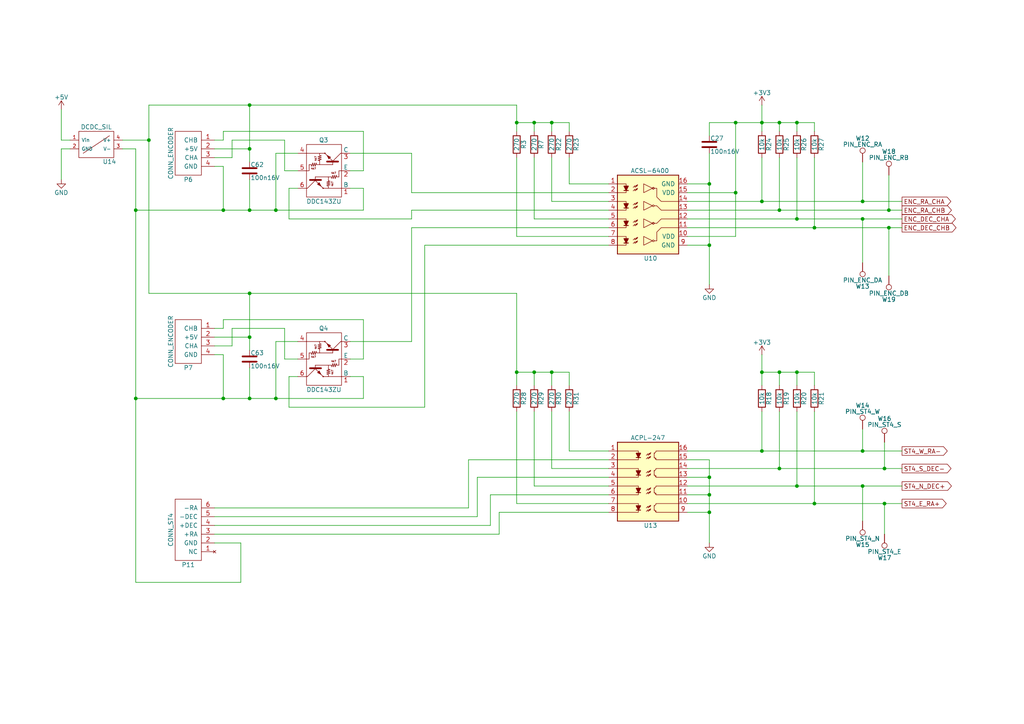
<source format=kicad_sch>
(kicad_sch (version 20231120) (generator "eeschema") (generator_version "8.0")
  (paper "A4")
  (lib_symbols
    (symbol "ATSAME70:+3.3V" (power) (pin_numbers hide) (pin_names (offset 0) hide)
      (property "Value" "+3.3V" (at 0 3.556 0))
      (symbol "+3.3V_0_1"
        (polyline (pts (xy -0.762 1.27) (xy 0 2.54)))
        (polyline (pts (xy 0 0) (xy 0 2.54)))
        (polyline (pts (xy 0 2.54) (xy 0.762 1.27)))
      )
      (symbol "+3.3V_1_1"
        (pin power_in line (at 0 0 90) (length 0) (name "~") (number "1"))
      )
    )
    (symbol "ATSAME70:+5V" (power) (pin_numbers hide) (pin_names (offset 0) hide)
      (property "Value" "+5V" (at 0 3.556 0))
      (symbol "+5V_0_1"
        (polyline (pts (xy -0.762 1.27) (xy 0 2.54)))
        (polyline (pts (xy 0 0) (xy 0 2.54)))
        (polyline (pts (xy 0 2.54) (xy 0.762 1.27)))
      )
      (symbol "+5V_1_1"
        (pin power_in line (at 0 0 90) (length 0) (name "~") (number "1"))
      )
    )
    (symbol "ATSAME70:ACPL-247" (pin_names (offset 1.016))
      (property "Reference" "U" (at -1.27 -12.7 0))
      (property "Value" "ACPL-247" (at -5.08 12.7 0))
      (symbol "ACPL-247_0_1"
        (rectangle (start -8.89 11.43) (end 8.89 -11.43) (stroke (width 0.254)) (fill (type background)))
        (polyline (pts (xy -3.429 -8.255) (xy -2.159 -8.255)) (stroke (width 0.254)))
        (polyline (pts (xy -3.429 -3.175) (xy -2.159 -3.175)) (stroke (width 0.254)))
        (polyline (pts (xy -3.429 1.905) (xy -2.159 1.905)) (stroke (width 0.254)))
        (polyline (pts (xy -3.429 6.985) (xy -2.159 6.985)) (stroke (width 0.254)))
        (polyline (pts (xy 1.778 -6.858) (xy 1.778 -8.382)))
        (polyline (pts (xy 1.778 -1.778) (xy 1.778 -3.302)))
        (polyline (pts (xy 1.778 3.302) (xy 1.778 1.778)))
        (polyline (pts (xy 1.778 6.858) (xy 1.778 8.382)))
        (polyline (pts (xy 2.286 -8.382) (xy 2.286 -8.636) (xy 2.032 -8.636)))
        (polyline (pts (xy 2.286 -3.302) (xy 2.286 -3.556) (xy 2.032 -3.556)))
        (polyline (pts (xy 2.286 1.778) (xy 2.286 1.524) (xy 2.032 1.524)))
        (polyline (pts (xy 2.286 6.858) (xy 2.286 6.604) (xy 2.032 6.604)))
        (polyline (pts (xy -8.89 -6.35) (xy -2.794 -6.35) (xy -2.794 -8.89) (xy -8.89 -8.89)))
        (polyline (pts (xy -8.89 -1.27) (xy -2.794 -1.27) (xy -2.794 -3.81) (xy -8.89 -3.81)))
        (polyline (pts (xy -8.89 3.81) (xy -2.794 3.81) (xy -2.794 1.27) (xy -8.89 1.27)))
        (polyline (pts (xy -8.89 8.89) (xy -2.794 8.89) (xy -2.794 6.35) (xy -8.89 6.35)))
        (polyline (pts (xy -2.794 -8.255) (xy -3.429 -6.985) (xy -2.159 -6.985) (xy -2.794 -8.255)) (stroke (width 0.254)) (fill (type outline)))
        (polyline (pts (xy -2.794 -3.175) (xy -3.429 -1.905) (xy -2.159 -1.905) (xy -2.794 -3.175)) (stroke (width 0.254)) (fill (type outline)))
        (polyline (pts (xy -2.794 1.905) (xy -3.429 3.175) (xy -2.159 3.175) (xy -2.794 1.905)) (stroke (width 0.254)) (fill (type outline)))
        (polyline (pts (xy -2.794 6.985) (xy -3.429 8.255) (xy -2.159 8.255) (xy -2.794 6.985)) (stroke (width 0.254)) (fill (type outline)))
        (polyline (pts (xy -0.508 -7.62) (xy 0.0254 -7.112) (xy 0.0254 -7.62) (xy 0.7874 -6.858)))
        (polyline (pts (xy -0.508 -2.54) (xy 0.0254 -2.032) (xy 0.0254 -2.54) (xy 0.7874 -1.778)))
        (polyline (pts (xy -0.508 2.54) (xy 0.0254 3.048) (xy 0.0254 2.54) (xy 0.7874 3.302)))
        (polyline (pts (xy -0.508 7.62) (xy 0.0254 8.128) (xy 0.0254 7.62) (xy 0.7874 8.382)))
        (polyline (pts (xy 0.7874 -6.858) (xy 0.2794 -7.112) (xy 0.5334 -7.366) (xy 0.7874 -6.858)))
        (polyline (pts (xy 0.7874 -1.778) (xy 0.2794 -2.032) (xy 0.5334 -2.286) (xy 0.7874 -1.778)))
        (polyline (pts (xy 0.7874 3.302) (xy 0.2794 3.048) (xy 0.5334 2.794) (xy 0.7874 3.302)))
        (polyline (pts (xy 0.7874 8.382) (xy 0.2794 8.128) (xy 0.5334 7.874) (xy 0.7874 8.382)))
        (polyline (pts (xy 1.778 2.032) (xy 2.286 1.524) (xy 2.286 1.27) (xy 8.89 1.27)))
        (polyline (pts (xy 1.778 3.048) (xy 2.286 3.556) (xy 2.286 3.81) (xy 8.89 3.81)))
        (polyline (pts (xy 8.89 -8.89) (xy 2.286 -8.89) (xy 2.286 -8.636) (xy 1.778 -8.128)))
        (polyline (pts (xy 8.89 -6.35) (xy 2.286 -6.35) (xy 2.286 -6.604) (xy 1.778 -7.112)))
        (polyline (pts (xy 8.89 -3.81) (xy 2.286 -3.81) (xy 2.286 -3.556) (xy 1.778 -3.048)))
        (polyline (pts (xy 8.89 -1.27) (xy 2.286 -1.27) (xy 2.286 -1.524) (xy 1.778 -2.032)))
        (polyline (pts (xy 8.89 6.35) (xy 2.286 6.35) (xy 2.286 6.604) (xy 1.778 7.112)))
        (polyline (pts (xy 8.89 8.89) (xy 2.286 8.89) (xy 2.286 8.636) (xy 1.778 8.128)))
        (polyline (pts (xy -0.508 -8.636) (xy 0.0254 -8.128) (xy 0.0254 -8.636) (xy 0.7874 -7.874) (xy 0.2794 -8.128) (xy 0.5334 -8.382) (xy 0.7874 -7.874)))
        (polyline (pts (xy -0.508 -3.556) (xy 0.0254 -3.048) (xy 0.0254 -3.556) (xy 0.7874 -2.794) (xy 0.2794 -3.048) (xy 0.5334 -3.302) (xy 0.7874 -2.794)))
        (polyline (pts (xy -0.508 1.524) (xy 0.0254 2.032) (xy 0.0254 1.524) (xy 0.7874 2.286) (xy 0.2794 2.032) (xy 0.5334 1.778) (xy 0.7874 2.286)))
        (polyline (pts (xy -0.508 6.604) (xy 0.0254 7.112) (xy 0.0254 6.604) (xy 0.7874 7.366) (xy 0.2794 7.112) (xy 0.5334 6.858) (xy 0.7874 7.366)))
      )
      (symbol "ACPL-247_1_1"
        (pin passive line (at -11.43 8.89 0) (length 2.54) (name "~") (number "1"))
        (pin passive line (at 11.43 -6.35 180) (length 2.54) (name "~") (number "10"))
        (pin passive line (at 11.43 -3.81 180) (length 2.54) (name "~") (number "11"))
        (pin passive line (at 11.43 -1.27 180) (length 2.54) (name "~") (number "12"))
        (pin passive line (at 11.43 1.27 180) (length 2.54) (name "~") (number "13"))
        (pin passive line (at 11.43 3.81 180) (length 2.54) (name "~") (number "14"))
        (pin passive line (at 11.43 6.35 180) (length 2.54) (name "~") (number "15"))
        (pin passive line (at 11.43 8.89 180) (length 2.54) (name "~") (number "16"))
        (pin passive line (at -11.43 6.35 0) (length 2.54) (name "~") (number "2"))
        (pin passive line (at -11.43 3.81 0) (length 2.54) (name "~") (number "3"))
        (pin passive line (at -11.43 1.27 0) (length 2.54) (name "~") (number "4"))
        (pin passive line (at -11.43 -1.27 0) (length 2.54) (name "~") (number "5"))
        (pin passive line (at -11.43 -3.81 0) (length 2.54) (name "~") (number "6"))
        (pin passive line (at -11.43 -6.35 0) (length 2.54) (name "~") (number "7"))
        (pin passive line (at -11.43 -8.89 0) (length 2.54) (name "~") (number "8"))
        (pin passive line (at 11.43 -8.89 180) (length 2.54) (name "~") (number "9"))
      )
    )
    (symbol "ATSAME70:ACSL-6400" (pin_names (offset 1.016))
      (property "Reference" "U" (at -1.27 -12.7 0))
      (property "Value" "ACSL-6400" (at -5.08 12.7 0))
      (symbol "ACSL-6400_0_1"
        (rectangle (start -8.89 11.43) (end 8.89 -11.43) (stroke (width 0.254)) (fill (type background)))
        (polyline (pts (xy -6.985 -8.255) (xy -5.715 -8.255)) (stroke (width 0.254)))
        (polyline (pts (xy -6.985 -3.175) (xy -5.715 -3.175)) (stroke (width 0.254)))
        (polyline (pts (xy -6.985 1.905) (xy -5.715 1.905)) (stroke (width 0.254)))
        (polyline (pts (xy -6.985 6.985) (xy -5.715 6.985)) (stroke (width 0.254)))
        (polyline (pts (xy -8.89 -6.35) (xy -6.35 -6.35) (xy -6.35 -8.89) (xy -8.89 -8.89)))
        (polyline (pts (xy -8.89 -1.27) (xy -6.35 -1.27) (xy -6.35 -3.81) (xy -8.89 -3.81)))
        (polyline (pts (xy -8.89 3.81) (xy -6.35 3.81) (xy -6.35 1.27) (xy -8.89 1.27)))
        (polyline (pts (xy -8.89 8.89) (xy -6.35 8.89) (xy -6.35 6.35) (xy -8.89 6.35)))
        (polyline (pts (xy -6.35 -8.255) (xy -6.985 -6.985) (xy -5.715 -6.985) (xy -6.35 -8.255)) (stroke (width 0.254)) (fill (type outline)))
        (polyline (pts (xy -6.35 -3.175) (xy -6.985 -1.905) (xy -5.715 -1.905) (xy -6.35 -3.175)) (stroke (width 0.254)) (fill (type outline)))
        (polyline (pts (xy -6.35 1.905) (xy -6.985 3.175) (xy -5.715 3.175) (xy -6.35 1.905)) (stroke (width 0.254)) (fill (type outline)))
        (polyline (pts (xy -6.35 6.985) (xy -6.985 8.255) (xy -5.715 8.255) (xy -6.35 6.985)) (stroke (width 0.254)) (fill (type outline)))
        (polyline (pts (xy -4.318 -7.366) (xy -3.7846 -6.858) (xy -3.7846 -7.366) (xy -3.0226 -6.604)))
        (polyline (pts (xy -4.318 -2.286) (xy -3.7846 -1.778) (xy -3.7846 -2.286) (xy -3.0226 -1.524)))
        (polyline (pts (xy -4.318 2.794) (xy -3.7846 3.302) (xy -3.7846 2.794) (xy -3.0226 3.556)))
        (polyline (pts (xy -4.318 7.874) (xy -3.7846 8.382) (xy -3.7846 7.874) (xy -3.0226 8.636)))
        (polyline (pts (xy -3.0226 -6.604) (xy -3.5306 -6.858) (xy -3.2766 -7.112) (xy -3.0226 -6.604)))
        (polyline (pts (xy -3.0226 -1.524) (xy -3.5306 -1.778) (xy -3.2766 -2.032) (xy -3.0226 -1.524)))
        (polyline (pts (xy -3.0226 3.556) (xy -3.5306 3.302) (xy -3.2766 3.048) (xy -3.0226 3.556)))
        (polyline (pts (xy -3.0226 8.636) (xy -3.5306 8.382) (xy -3.2766 8.128) (xy -3.0226 8.636)))
        (polyline (pts (xy -1.27 -6.35) (xy -1.27 -8.89) (xy 1.27 -7.62) (xy -1.27 -6.35)))
        (polyline (pts (xy -1.27 -1.27) (xy -1.27 -3.81) (xy 1.27 -2.54) (xy -1.27 -1.27)))
        (polyline (pts (xy -1.27 3.81) (xy 1.27 2.54) (xy -1.27 1.27) (xy -1.27 3.81)))
        (polyline (pts (xy -1.27 8.89) (xy -1.27 6.35) (xy 1.27 7.62) (xy -1.27 8.89)))
        (polyline (pts (xy 1.778 -2.54) (xy 2.54 -2.54) (xy 3.81 -1.27) (xy 8.89 -1.27)))
        (polyline (pts (xy 1.778 2.54) (xy 2.54 2.54) (xy 3.81 1.27) (xy 8.89 1.27)))
        (polyline (pts (xy 1.778 -7.62) (xy 2.54 -7.62) (xy 2.54 -5.08) (xy 3.81 -3.81) (xy 8.89 -3.81)))
        (polyline (pts (xy 1.778 7.62) (xy 2.54 7.62) (xy 2.54 5.08) (xy 3.81 3.81) (xy 8.89 3.81)))
        (polyline (pts (xy -4.318 -8.382) (xy -3.7846 -7.874) (xy -3.7846 -8.382) (xy -3.0226 -7.62) (xy -3.5306 -7.874) (xy -3.2766 -8.128) (xy -3.0226 -7.62)))
        (polyline (pts (xy -4.318 -3.302) (xy -3.7846 -2.794) (xy -3.7846 -3.302) (xy -3.0226 -2.54) (xy -3.5306 -2.794) (xy -3.2766 -3.048) (xy -3.0226 -2.54)))
        (polyline (pts (xy -4.318 1.778) (xy -3.7846 2.286) (xy -3.7846 1.778) (xy -3.0226 2.54) (xy -3.5306 2.286) (xy -3.2766 2.032) (xy -3.0226 2.54)))
        (polyline (pts (xy -4.318 6.858) (xy -3.7846 7.366) (xy -3.7846 6.858) (xy -3.0226 7.62) (xy -3.5306 7.366) (xy -3.2766 7.112) (xy -3.0226 7.62)))
        (circle (center 1.524 -7.62) (radius 0.254))
        (circle (center 1.524 -2.54) (radius 0.254))
        (circle (center 1.524 -2.54) (radius 0.254))
        (circle (center 1.524 2.54) (radius 0.254))
        (circle (center 1.524 7.62) (radius 0.254))
        (circle (center 1.524 7.62) (radius 0.254))
      )
      (symbol "ACSL-6400_1_1"
        (pin passive line (at -11.43 8.89 0) (length 2.54) (name "~") (number "1"))
        (pin power_in line (at 11.43 -6.35 180) (length 2.54) (name "VDD") (number "10"))
        (pin output line (at 11.43 -3.81 180) (length 2.54) (name "~") (number "11"))
        (pin output line (at 11.43 -1.27 180) (length 2.54) (name "~") (number "12"))
        (pin output line (at 11.43 1.27 180) (length 2.54) (name "~") (number "13"))
        (pin output line (at 11.43 3.81 180) (length 2.54) (name "~") (number "14"))
        (pin power_in line (at 11.43 6.35 180) (length 2.54) (name "VDD") (number "15"))
        (pin power_in line (at 11.43 8.89 180) (length 2.54) (name "GND") (number "16"))
        (pin passive line (at -11.43 6.35 0) (length 2.54) (name "~") (number "2"))
        (pin passive line (at -11.43 3.81 0) (length 2.54) (name "~") (number "3"))
        (pin passive line (at -11.43 1.27 0) (length 2.54) (name "~") (number "4"))
        (pin passive line (at -11.43 -1.27 0) (length 2.54) (name "~") (number "5"))
        (pin passive line (at -11.43 -3.81 0) (length 2.54) (name "~") (number "6"))
        (pin passive line (at -11.43 -6.35 0) (length 2.54) (name "~") (number "7"))
        (pin passive line (at -11.43 -8.89 0) (length 2.54) (name "~") (number "8"))
        (pin power_in line (at 11.43 -8.89 180) (length 2.54) (name "GND") (number "9"))
      )
    )
    (symbol "ATSAME70:CONN_ENCODER" (pin_names (offset 1.016))
      (property "Reference" "P" (at 0 -7.62 0))
      (property "Value" "CONN_ENCODER" (at -5.08 0 90))
      (symbol "CONN_ENCODER_0_1"
        (rectangle (start -3.81 6.35) (end 3.81 -6.35))
      )
      (symbol "CONN_ENCODER_1_1"
        (pin output line (at 7.62 3.81 180) (length 3.81) (name "CHB") (number "1"))
        (pin power_in line (at 7.62 1.27 180) (length 3.81) (name "+5V") (number "2"))
        (pin output line (at 7.62 -1.27 180) (length 3.81) (name "CHA") (number "3"))
        (pin power_in line (at 7.62 -3.81 180) (length 3.81) (name "GND") (number "4"))
      )
    )
    (symbol "ATSAME70:CONN_ST4" (pin_names (offset 1.016))
      (property "Reference" "P" (at 0 -10.16 0))
      (property "Value" "CONN_ST4" (at -5.08 0 90))
      (symbol "CONN_ST4_0_1"
        (rectangle (start -3.81 8.89) (end 3.81 -8.89))
      )
      (symbol "CONN_ST4_1_1"
        (pin no_connect line (at 7.62 -6.35 180) (length 3.81) (name "NC") (number "1"))
        (pin power_in line (at 7.62 -3.81 180) (length 3.81) (name "GND") (number "2"))
        (pin output line (at 7.62 -1.27 180) (length 3.81) (name "+RA") (number "3"))
        (pin output line (at 7.62 1.27 180) (length 3.81) (name "+DEC") (number "4"))
        (pin output line (at 7.62 3.81 180) (length 3.81) (name "-DEC") (number "5"))
        (pin output line (at 7.62 6.35 180) (length 3.81) (name "-RA") (number "6"))
      )
    )
    (symbol "ATSAME70:C_100n_16V_0402" (pin_numbers hide) (pin_names (offset 0.254))
      (property "Reference" "C" (at 0.635 2.54 0))
      (property "Value" "100n16V" (at 0.635 -2.54 0))
      (symbol "C_100n_16V_0402_0_1"
        (polyline (pts (xy -2.032 -0.762) (xy 2.032 -0.762)) (stroke (width 0.508)))
        (polyline (pts (xy -2.032 0.762) (xy 2.032 0.762)) (stroke (width 0.508)))
      )
      (symbol "C_100n_16V_0402_1_1"
        (pin passive line (at 0 2.54 270) (length 1.651) (name "~") (number "1"))
        (pin passive line (at 0 -2.54 90) (length 1.651) (name "~") (number "2"))
      )
    )
    (symbol "ATSAME70:DCDC_SIL" (pin_names (offset 0.762))
      (property "Reference" "U" (at 3.81 -4.9784 0))
      (property "Value" "DCDC_SIL" (at 0 5.08 0))
      (symbol "DCDC_SIL_0_1"
        (rectangle (start -5.08 -3.81) (end 5.08 3.81))
        (polyline (pts (xy 3.81 2.54) (xy -3.81 -2.54)))
      )
      (symbol "DCDC_SIL_1_1"
        (pin power_in line (at -7.62 1.27 0) (length 2.54) (name "Vin") (number "1"))
        (pin power_in line (at -7.62 -1.27 0) (length 2.54) (name "GND") (number "2"))
        (pin power_out line (at 7.62 -1.27 180) (length 2.54) (name "V-") (number "3"))
        (pin power_out line (at 7.62 1.27 180) (length 2.54) (name "V+") (number "4"))
      )
    )
    (symbol "ATSAME70:DDC143ZU" (pin_names (offset 0))
      (property "Reference" "Q" (at -1.27 -8.89 0))
      (property "Value" "DDC143ZU" (at -5.08 8.89 0))
      (symbol "DDC143ZU_0_0"
        (text "4k7" (at -2.794 0.635 0) (effects (font (size 0.508 0.508))))
        (text "4k7" (at -2.413 3.81 900) (effects (font (size 0.508 0.508))))
        (text "4k7" (at 2.413 -3.556 900) (effects (font (size 0.508 0.508))))
        (text "4k7" (at 3.048 -0.635 0) (effects (font (size 0.508 0.508))))
      )
      (symbol "DDC143ZU_0_1"
        (rectangle (start -5.08 7.62) (end 5.08 -7.62))
        (circle (center -0.254 -5.08) (radius 0.127))
        (polyline (pts (xy -4.826 -5.08) (xy -5.08 -5.08)))
        (polyline (pts (xy -4.064 -2.667) (xy -0.889 -2.667)) (stroke (width 0.508)) (fill (type outline)))
        (polyline (pts (xy -2.54 -1.778) (xy -2.54 -2.54)))
        (polyline (pts (xy -2.286 -2.54) (xy -4.826 -5.08)))
        (polyline (pts (xy -1.27 1.778) (xy -1.27 3.048)))
        (polyline (pts (xy -0.254 -5.08) (xy 5.08 -5.08)))
        (polyline (pts (xy 0.254 5.08) (xy -5.08 5.08)))
        (polyline (pts (xy 1.27 -3.048) (xy 1.27 -1.778)))
        (polyline (pts (xy 2.286 2.54) (xy 4.826 5.08)))
        (polyline (pts (xy 2.54 1.778) (xy 2.54 2.54)))
        (polyline (pts (xy 4.064 2.667) (xy 0.889 2.667)) (stroke (width 0.508)) (fill (type outline)))
        (polyline (pts (xy 4.826 5.08) (xy 5.08 5.08)))
        (polyline (pts (xy -4.318 1.778) (xy -4.318 0) (xy -5.08 0)))
        (polyline (pts (xy -0.254 -5.08) (xy -2.794 -2.54) (xy -2.794 -2.54)))
        (polyline (pts (xy 0.254 5.08) (xy 2.794 2.54) (xy 2.794 2.54)))
        (polyline (pts (xy 5.08 0) (xy 4.318 0) (xy 4.318 -1.778)))
        (polyline (pts (xy -1.397 -3.429) (xy -1.905 -3.937) (xy -0.889 -4.445) (xy -1.397 -3.429)) (fill (type outline)))
        (polyline (pts (xy 1.397 3.429) (xy 1.905 3.937) (xy 0.889 4.445) (xy 1.397 3.429)) (fill (type outline)))
        (polyline (pts (xy -1.27 5.08) (xy -1.27 4.445) (xy -0.762 4.318) (xy -1.778 4.064) (xy -0.762 3.81) (xy -1.778 3.556) (xy -0.762 3.302) (xy -1.778 3.048) (xy -1.27 2.921)))
        (polyline (pts (xy 1.27 -5.08) (xy 1.27 -4.445) (xy 0.762 -4.318) (xy 1.778 -4.064) (xy 0.762 -3.81) (xy 1.778 -3.556) (xy 0.762 -3.302) (xy 1.778 -3.048) (xy 1.27 -2.921)))
        (polyline (pts (xy -4.318 1.778) (xy -3.683 1.778) (xy -3.556 1.27) (xy -3.302 2.286) (xy -3.048 1.27) (xy -2.794 2.286) (xy -2.54 1.27) (xy -2.286 2.286) (xy -2.159 1.778) (xy 2.54 1.778)))
        (polyline (pts (xy 4.318 -1.778) (xy 3.683 -1.778) (xy 3.556 -1.27) (xy 3.302 -2.286) (xy 3.048 -1.27) (xy 2.794 -2.286) (xy 2.54 -1.27) (xy 2.286 -2.286) (xy 2.159 -1.778) (xy -2.54 -1.778)))
        (circle (center 0.254 5.08) (radius 0.127))
      )
      (symbol "DDC143ZU_1_1"
        (pin input line (at -7.62 5.08 0) (length 2.54) (name "B") (number "1"))
        (pin passive line (at -7.62 0 0) (length 2.54) (name "E") (number "2"))
        (pin passive line (at -7.62 -5.08 0) (length 2.54) (name "C") (number "3"))
        (pin passive line (at 7.62 -5.08 180) (length 2.54) (name "~") (number "4"))
        (pin passive line (at 7.62 0 180) (length 2.54) (name "~") (number "5"))
        (pin passive line (at 7.62 5.08 180) (length 2.54) (name "~") (number "6"))
      )
    )
    (symbol "ATSAME70:GND" (power) (pin_numbers hide) (pin_names (offset 0) hide)
      (property "Value" "GND" (at 0 -3.81 0))
      (symbol "GND_0_1"
        (polyline (pts (xy 0 0) (xy 0 -1.27) (xy 1.27 -1.27) (xy 0 -2.54) (xy -1.27 -1.27) (xy 0 -1.27)))
      )
      (symbol "GND_1_1"
        (pin power_in line (at 0 0 270) (length 0) (name "~") (number "1"))
      )
    )
    (symbol "ATSAME70:R_10k_0402" (pin_numbers hide) (pin_names (offset 0))
      (property "Reference" "R" (at 2.032 0 90))
      (property "Value" "10k" (at 0 0 90))
      (symbol "R_10k_0402_0_1"
        (rectangle (start -1.016 -2.54) (end 1.016 2.54) (stroke (width 0.254)))
      )
      (symbol "R_10k_0402_1_1"
        (pin passive line (at 0 3.81 270) (length 1.27) (name "~") (number "1"))
        (pin passive line (at 0 -3.81 90) (length 1.27) (name "~") (number "2"))
      )
    )
    (symbol "ATSAME70:R_220_0805" (pin_numbers hide) (pin_names (offset 0))
      (property "Reference" "R" (at 2.032 0 90))
      (property "Value" "270" (at 0 0 90))
      (symbol "R_220_0805_0_1"
        (rectangle (start -1.016 -2.54) (end 1.016 2.54) (stroke (width 0.254)))
      )
      (symbol "R_220_0805_1_1"
        (pin passive line (at 0 3.81 270) (length 1.27) (name "~") (number "1"))
        (pin passive line (at 0 -3.81 90) (length 1.27) (name "~") (number "2"))
      )
    )
    (symbol "ATSAME70:R_270_0603" (pin_numbers hide) (pin_names (offset 0))
      (property "Reference" "R" (at 2.032 0 90))
      (property "Value" "270" (at 0 0 90))
      (symbol "R_270_0603_0_1"
        (rectangle (start -1.016 -2.54) (end 1.016 2.54) (stroke (width 0.254)))
      )
      (symbol "R_270_0603_1_1"
        (pin passive line (at 0 3.81 270) (length 1.27) (name "~") (number "1"))
        (pin passive line (at 0 -3.81 90) (length 1.27) (name "~") (number "2"))
      )
    )
    (symbol "ATSAME70:TEST_1P" (pin_numbers hide) (pin_names (offset 0.762) hide)
      (property "Reference" "W" (at 0 6.858 0))
      (property "Value" "TEST_1P" (at 0 5.08 0))
      (symbol "TEST_1P_0_1"
        (circle (center 0 3.302) (radius 0.762))
      )
      (symbol "TEST_1P_1_1"
        (pin passive line (at 0 0 90) (length 2.54) (name "1") (number "1"))
      )
    )
    (symbol "DDC143ZU_1" (pin_names (offset 0))
      (property "Reference" "Q" (at -1.27 -8.89 0))
      (property "Value" "DDC143ZU" (at -5.08 8.89 0))
      (symbol "DDC143ZU_1_0_0"
        (text "4k7" (at -2.794 0.635 0) (effects (font (size 0.508 0.508))))
        (text "4k7" (at -2.413 3.81 900) (effects (font (size 0.508 0.508))))
        (text "4k7" (at 2.413 -3.556 900) (effects (font (size 0.508 0.508))))
        (text "4k7" (at 3.048 -0.635 0) (effects (font (size 0.508 0.508))))
      )
      (symbol "DDC143ZU_1_0_1"
        (rectangle (start -5.08 7.62) (end 5.08 -7.62))
        (circle (center -0.254 -5.08) (radius 0.127))
        (polyline (pts (xy -4.826 -5.08) (xy -5.08 -5.08)))
        (polyline (pts (xy -4.064 -2.667) (xy -0.889 -2.667)) (stroke (width 0.508)) (fill (type outline)))
        (polyline (pts (xy -2.54 -1.778) (xy -2.54 -2.54)))
        (polyline (pts (xy -2.286 -2.54) (xy -4.826 -5.08)))
        (polyline (pts (xy -1.27 1.778) (xy -1.27 3.048)))
        (polyline (pts (xy -0.254 -5.08) (xy 5.08 -5.08)))
        (polyline (pts (xy 0.254 5.08) (xy -5.08 5.08)))
        (polyline (pts (xy 1.27 -3.048) (xy 1.27 -1.778)))
        (polyline (pts (xy 2.286 2.54) (xy 4.826 5.08)))
        (polyline (pts (xy 2.54 1.778) (xy 2.54 2.54)))
        (polyline (pts (xy 4.064 2.667) (xy 0.889 2.667)) (stroke (width 0.508)) (fill (type outline)))
        (polyline (pts (xy 4.826 5.08) (xy 5.08 5.08)))
        (polyline (pts (xy -4.318 1.778) (xy -4.318 0) (xy -5.08 0)))
        (polyline (pts (xy -0.254 -5.08) (xy -2.794 -2.54) (xy -2.794 -2.54)))
        (polyline (pts (xy 0.254 5.08) (xy 2.794 2.54) (xy 2.794 2.54)))
        (polyline (pts (xy 5.08 0) (xy 4.318 0) (xy 4.318 -1.778)))
        (polyline (pts (xy -1.397 -3.429) (xy -1.905 -3.937) (xy -0.889 -4.445) (xy -1.397 -3.429)) (fill (type outline)))
        (polyline (pts (xy 1.397 3.429) (xy 1.905 3.937) (xy 0.889 4.445) (xy 1.397 3.429)) (fill (type outline)))
        (polyline (pts (xy -1.27 5.08) (xy -1.27 4.445) (xy -0.762 4.318) (xy -1.778 4.064) (xy -0.762 3.81) (xy -1.778 3.556) (xy -0.762 3.302) (xy -1.778 3.048) (xy -1.27 2.921)))
        (polyline (pts (xy 1.27 -5.08) (xy 1.27 -4.445) (xy 0.762 -4.318) (xy 1.778 -4.064) (xy 0.762 -3.81) (xy 1.778 -3.556) (xy 0.762 -3.302) (xy 1.778 -3.048) (xy 1.27 -2.921)))
        (polyline (pts (xy -4.318 1.778) (xy -3.683 1.778) (xy -3.556 1.27) (xy -3.302 2.286) (xy -3.048 1.27) (xy -2.794 2.286) (xy -2.54 1.27) (xy -2.286 2.286) (xy -2.159 1.778) (xy 2.54 1.778)))
        (polyline (pts (xy 4.318 -1.778) (xy 3.683 -1.778) (xy 3.556 -1.27) (xy 3.302 -2.286) (xy 3.048 -1.27) (xy 2.794 -2.286) (xy 2.54 -1.27) (xy 2.286 -2.286) (xy 2.159 -1.778) (xy -2.54 -1.778)))
        (circle (center 0.254 5.08) (radius 0.127))
      )
      (symbol "DDC143ZU_1_1_1"
        (pin input line (at -7.62 5.08 0) (length 2.54) (name "B") (number "1"))
        (pin passive line (at -7.62 0 0) (length 2.54) (name "E") (number "2"))
        (pin passive line (at -7.62 -5.08 0) (length 2.54) (name "C") (number "3"))
        (pin passive line (at 7.62 -5.08 180) (length 2.54) (name "~") (number "4"))
        (pin passive line (at 7.62 0 180) (length 2.54) (name "~") (number "5"))
        (pin passive line (at 7.62 5.08 180) (length 2.54) (name "~") (number "6"))
      )
    )
  )
  (junction (at 250.19 63.5))
  (junction (at 257.81 66.04))
  (junction (at 80.01 115.57))
  (junction (at 154.94 107.95))
  (junction (at 205.74 53.34))
  (junction (at 64.77 60.96))
  (junction (at 220.98 130.81))
  (junction (at 226.06 107.95))
  (junction (at 205.74 138.43))
  (junction (at 250.19 58.42))
  (junction (at 64.77 115.57))
  (junction (at 154.94 35.56))
  (junction (at 213.36 55.88))
  (junction (at 72.39 60.96))
  (junction (at 226.06 35.56))
  (junction (at 213.36 35.56))
  (junction (at 43.18 40.64))
  (junction (at 231.14 63.5))
  (junction (at 236.22 66.04))
  (junction (at 149.86 107.95))
  (junction (at 257.81 60.96))
  (junction (at 149.86 35.56))
  (junction (at 39.37 60.96))
  (junction (at 72.39 30.48))
  (junction (at 72.39 97.79))
  (junction (at 250.19 140.97))
  (junction (at 72.39 43.18))
  (junction (at 205.74 71.12))
  (junction (at 220.98 107.95))
  (junction (at 256.54 146.05))
  (junction (at 250.19 130.81))
  (junction (at 231.14 35.56))
  (junction (at 72.39 85.09))
  (junction (at 226.06 135.89))
  (junction (at 231.14 140.97))
  (junction (at 205.74 148.59))
  (junction (at 231.14 107.95))
  (junction (at 236.22 146.05))
  (junction (at 39.37 115.57))
  (junction (at 160.02 107.95))
  (junction (at 220.98 35.56))
  (junction (at 256.54 135.89))
  (junction (at 80.01 60.96))
  (junction (at 220.98 58.42))
  (junction (at 226.06 60.96))
  (junction (at 72.39 115.57))
  (junction (at 205.74 143.51))
  (junction (at 160.02 35.56))
  (wire (pts (xy 226.06 107.95) (xy 226.06 111.76)))
  (wire (pts (xy 119.38 66.04) (xy 176.53 66.04)))
  (wire (pts (xy 205.74 71.12) (xy 205.74 82.55)))
  (wire (pts (xy 72.39 30.48) (xy 149.86 30.48)))
  (wire (pts (xy 213.36 55.88) (xy 199.39 55.88)))
  (wire (pts (xy 62.23 95.25) (xy 64.77 95.25)))
  (wire (pts (xy 154.94 140.97) (xy 176.53 140.97)))
  (wire (pts (xy 160.02 135.89) (xy 176.53 135.89)))
  (wire (pts (xy 236.22 119.38) (xy 236.22 146.05)))
  (wire (pts (xy 101.6 109.22) (xy 105.41 109.22)))
  (wire (pts (xy 236.22 45.72) (xy 236.22 66.04)))
  (wire (pts (xy 72.39 60.96) (xy 80.01 60.96)))
  (wire (pts (xy 160.02 38.1) (xy 160.02 35.56)))
  (wire (pts (xy 86.36 109.22) (xy 83.82 109.22)))
  (wire (pts (xy 123.19 71.12) (xy 123.19 118.11)))
  (wire (pts (xy 176.53 71.12) (xy 123.19 71.12)))
  (wire (pts (xy 64.77 60.96) (xy 39.37 60.96)))
  (wire (pts (xy 149.86 107.95) (xy 154.94 107.95)))
  (wire (pts (xy 257.81 66.04) (xy 261.62 66.04)))
  (wire (pts (xy 105.41 60.96) (xy 80.01 60.96)))
  (wire (pts (xy 64.77 48.26) (xy 64.77 60.96)))
  (wire (pts (xy 142.24 152.4) (xy 142.24 143.51)))
  (wire (pts (xy 226.06 60.96) (xy 257.81 60.96)))
  (wire (pts (xy 105.41 109.22) (xy 105.41 115.57)))
  (wire (pts (xy 105.41 49.53) (xy 101.6 49.53)))
  (wire (pts (xy 64.77 95.25) (xy 64.77 92.71)))
  (wire (pts (xy 220.98 107.95) (xy 226.06 107.95)))
  (wire (pts (xy 80.01 99.06) (xy 80.01 115.57)))
  (wire (pts (xy 160.02 58.42) (xy 176.53 58.42)))
  (wire (pts (xy 220.98 30.48) (xy 220.98 35.56)))
  (wire (pts (xy 20.32 43.18) (xy 17.78 43.18)))
  (wire (pts (xy 205.74 71.12) (xy 199.39 71.12)))
  (wire (pts (xy 83.82 54.61) (xy 83.82 63.5)))
  (wire (pts (xy 105.41 38.1) (xy 64.77 38.1)))
  (wire (pts (xy 142.24 143.51) (xy 176.53 143.51)))
  (wire (pts (xy 231.14 45.72) (xy 231.14 63.5)))
  (wire (pts (xy 43.18 40.64) (xy 43.18 85.09)))
  (wire (pts (xy 149.86 85.09) (xy 149.86 107.95)))
  (wire (pts (xy 119.38 44.45) (xy 119.38 55.88)))
  (wire (pts (xy 205.74 35.56) (xy 213.36 35.56)))
  (wire (pts (xy 199.39 148.59) (xy 205.74 148.59)))
  (wire (pts (xy 257.81 60.96) (xy 261.62 60.96)))
  (wire (pts (xy 154.94 119.38) (xy 154.94 140.97)))
  (wire (pts (xy 105.41 115.57) (xy 80.01 115.57)))
  (wire (pts (xy 39.37 168.91) (xy 69.85 168.91)))
  (wire (pts (xy 226.06 35.56) (xy 231.14 35.56)))
  (wire (pts (xy 105.41 104.14) (xy 101.6 104.14)))
  (wire (pts (xy 72.39 115.57) (xy 80.01 115.57)))
  (wire (pts (xy 138.43 138.43) (xy 176.53 138.43)))
  (wire (pts (xy 72.39 85.09) (xy 149.86 85.09)))
  (wire (pts (xy 199.39 135.89) (xy 226.06 135.89)))
  (wire (pts (xy 220.98 35.56) (xy 220.98 38.1)))
  (wire (pts (xy 144.78 148.59) (xy 176.53 148.59)))
  (wire (pts (xy 236.22 66.04) (xy 257.81 66.04)))
  (wire (pts (xy 105.41 92.71) (xy 105.41 104.14)))
  (wire (pts (xy 149.86 107.95) (xy 149.86 111.76)))
  (wire (pts (xy 250.19 76.2) (xy 250.19 63.5)))
  (wire (pts (xy 250.19 124.46) (xy 250.19 130.81)))
  (wire (pts (xy 72.39 106.68) (xy 72.39 115.57)))
  (wire (pts (xy 199.39 138.43) (xy 205.74 138.43)))
  (wire (pts (xy 250.19 58.42) (xy 261.62 58.42)))
  (wire (pts (xy 67.31 100.33) (xy 67.31 95.25)))
  (wire (pts (xy 213.36 35.56) (xy 213.36 55.88)))
  (wire (pts (xy 83.82 118.11) (xy 123.19 118.11)))
  (wire (pts (xy 236.22 35.56) (xy 236.22 38.1)))
  (wire (pts (xy 213.36 55.88) (xy 213.36 68.58)))
  (wire (pts (xy 62.23 154.94) (xy 144.78 154.94)))
  (wire (pts (xy 154.94 107.95) (xy 160.02 107.95)))
  (wire (pts (xy 236.22 146.05) (xy 256.54 146.05)))
  (wire (pts (xy 72.39 97.79) (xy 72.39 101.6)))
  (wire (pts (xy 176.53 53.34) (xy 165.1 53.34)))
  (wire (pts (xy 72.39 52.07) (xy 72.39 60.96)))
  (wire (pts (xy 226.06 35.56) (xy 226.06 38.1)))
  (wire (pts (xy 17.78 40.64) (xy 20.32 40.64)))
  (wire (pts (xy 213.36 68.58) (xy 199.39 68.58)))
  (wire (pts (xy 62.23 157.48) (xy 69.85 157.48)))
  (wire (pts (xy 205.74 133.35) (xy 205.74 138.43)))
  (wire (pts (xy 160.02 107.95) (xy 160.02 111.76)))
  (wire (pts (xy 149.86 30.48) (xy 149.86 35.56)))
  (wire (pts (xy 62.23 147.32) (xy 135.89 147.32)))
  (wire (pts (xy 72.39 43.18) (xy 72.39 46.99)))
  (wire (pts (xy 231.14 35.56) (xy 231.14 38.1)))
  (wire (pts (xy 205.74 53.34) (xy 205.74 71.12)))
  (wire (pts (xy 154.94 35.56) (xy 154.94 38.1)))
  (wire (pts (xy 43.18 30.48) (xy 43.18 40.64)))
  (wire (pts (xy 256.54 128.27) (xy 256.54 135.89)))
  (wire (pts (xy 17.78 43.18) (xy 17.78 52.07)))
  (wire (pts (xy 82.55 95.25) (xy 82.55 104.14)))
  (wire (pts (xy 82.55 49.53) (xy 86.36 49.53)))
  (wire (pts (xy 205.74 35.56) (xy 205.74 39.37)))
  (wire (pts (xy 39.37 60.96) (xy 39.37 115.57)))
  (wire (pts (xy 220.98 35.56) (xy 226.06 35.56)))
  (wire (pts (xy 144.78 154.94) (xy 144.78 148.59)))
  (wire (pts (xy 64.77 60.96) (xy 72.39 60.96)))
  (wire (pts (xy 62.23 48.26) (xy 64.77 48.26)))
  (wire (pts (xy 119.38 99.06) (xy 119.38 66.04)))
  (wire (pts (xy 149.86 146.05) (xy 176.53 146.05)))
  (wire (pts (xy 213.36 35.56) (xy 220.98 35.56)))
  (wire (pts (xy 67.31 45.72) (xy 67.31 40.64)))
  (wire (pts (xy 154.94 107.95) (xy 154.94 111.76)))
  (wire (pts (xy 43.18 85.09) (xy 72.39 85.09)))
  (wire (pts (xy 105.41 38.1) (xy 105.41 49.53)))
  (wire (pts (xy 199.39 66.04) (xy 236.22 66.04)))
  (wire (pts (xy 35.56 43.18) (xy 39.37 43.18)))
  (wire (pts (xy 165.1 130.81) (xy 176.53 130.81)))
  (wire (pts (xy 64.77 40.64) (xy 62.23 40.64)))
  (wire (pts (xy 165.1 53.34) (xy 165.1 45.72)))
  (wire (pts (xy 62.23 100.33) (xy 67.31 100.33)))
  (wire (pts (xy 160.02 119.38) (xy 160.02 135.89)))
  (wire (pts (xy 165.1 35.56) (xy 165.1 38.1)))
  (wire (pts (xy 165.1 119.38) (xy 165.1 130.81)))
  (wire (pts (xy 149.86 68.58) (xy 176.53 68.58)))
  (wire (pts (xy 199.39 60.96) (xy 226.06 60.96)))
  (wire (pts (xy 62.23 152.4) (xy 142.24 152.4)))
  (wire (pts (xy 64.77 38.1) (xy 64.77 40.64)))
  (wire (pts (xy 80.01 44.45) (xy 80.01 60.96)))
  (wire (pts (xy 72.39 43.18) (xy 62.23 43.18)))
  (wire (pts (xy 199.39 146.05) (xy 236.22 146.05)))
  (wire (pts (xy 138.43 149.86) (xy 138.43 138.43)))
  (wire (pts (xy 231.14 107.95) (xy 231.14 111.76)))
  (wire (pts (xy 250.19 140.97) (xy 261.62 140.97)))
  (wire (pts (xy 231.14 107.95) (xy 236.22 107.95)))
  (wire (pts (xy 67.31 45.72) (xy 62.23 45.72)))
  (wire (pts (xy 199.39 133.35) (xy 205.74 133.35)))
  (wire (pts (xy 205.74 138.43) (xy 205.74 143.51)))
  (wire (pts (xy 149.86 45.72) (xy 149.86 68.58)))
  (wire (pts (xy 82.55 40.64) (xy 82.55 49.53)))
  (wire (pts (xy 86.36 44.45) (xy 80.01 44.45)))
  (wire (pts (xy 64.77 92.71) (xy 105.41 92.71)))
  (wire (pts (xy 149.86 119.38) (xy 149.86 146.05)))
  (wire (pts (xy 257.81 80.01) (xy 257.81 66.04)))
  (wire (pts (xy 149.86 35.56) (xy 154.94 35.56)))
  (wire (pts (xy 205.74 143.51) (xy 205.74 148.59)))
  (wire (pts (xy 135.89 147.32) (xy 135.89 133.35)))
  (wire (pts (xy 64.77 102.87) (xy 62.23 102.87)))
  (wire (pts (xy 231.14 119.38) (xy 231.14 140.97)))
  (wire (pts (xy 205.74 44.45) (xy 205.74 53.34)))
  (wire (pts (xy 35.56 40.64) (xy 43.18 40.64)))
  (wire (pts (xy 39.37 115.57) (xy 39.37 168.91)))
  (wire (pts (xy 250.19 63.5) (xy 261.62 63.5)))
  (wire (pts (xy 62.23 149.86) (xy 138.43 149.86)))
  (wire (pts (xy 220.98 107.95) (xy 220.98 111.76)))
  (wire (pts (xy 105.41 54.61) (xy 105.41 60.96)))
  (wire (pts (xy 220.98 45.72) (xy 220.98 58.42)))
  (wire (pts (xy 83.82 109.22) (xy 83.82 118.11)))
  (wire (pts (xy 119.38 60.96) (xy 176.53 60.96)))
  (wire (pts (xy 67.31 40.64) (xy 82.55 40.64)))
  (wire (pts (xy 101.6 44.45) (xy 119.38 44.45)))
  (wire (pts (xy 250.19 151.13) (xy 250.19 140.97)))
  (wire (pts (xy 64.77 115.57) (xy 39.37 115.57)))
  (wire (pts (xy 199.39 140.97) (xy 231.14 140.97)))
  (wire (pts (xy 226.06 45.72) (xy 226.06 60.96)))
  (wire (pts (xy 160.02 35.56) (xy 165.1 35.56)))
  (wire (pts (xy 72.39 30.48) (xy 72.39 43.18)))
  (wire (pts (xy 83.82 63.5) (xy 119.38 63.5)))
  (wire (pts (xy 205.74 53.34) (xy 199.39 53.34)))
  (wire (pts (xy 101.6 99.06) (xy 119.38 99.06)))
  (wire (pts (xy 256.54 135.89) (xy 261.62 135.89)))
  (wire (pts (xy 199.39 58.42) (xy 220.98 58.42)))
  (wire (pts (xy 72.39 97.79) (xy 62.23 97.79)))
  (wire (pts (xy 64.77 115.57) (xy 72.39 115.57)))
  (wire (pts (xy 226.06 135.89) (xy 256.54 135.89)))
  (wire (pts (xy 101.6 54.61) (xy 105.41 54.61)))
  (wire (pts (xy 135.89 133.35) (xy 176.53 133.35)))
  (wire (pts (xy 231.14 63.5) (xy 250.19 63.5)))
  (wire (pts (xy 220.98 102.87) (xy 220.98 107.95)))
  (wire (pts (xy 160.02 45.72) (xy 160.02 58.42)))
  (wire (pts (xy 43.18 30.48) (xy 72.39 30.48)))
  (wire (pts (xy 69.85 157.48) (xy 69.85 168.91)))
  (wire (pts (xy 72.39 85.09) (xy 72.39 97.79)))
  (wire (pts (xy 119.38 55.88) (xy 176.53 55.88)))
  (wire (pts (xy 149.86 35.56) (xy 149.86 38.1)))
  (wire (pts (xy 226.06 107.95) (xy 231.14 107.95)))
  (wire (pts (xy 231.14 35.56) (xy 236.22 35.56)))
  (wire (pts (xy 17.78 31.75) (xy 17.78 40.64)))
  (wire (pts (xy 256.54 154.94) (xy 256.54 146.05)))
  (wire (pts (xy 220.98 119.38) (xy 220.98 130.81)))
  (wire (pts (xy 199.39 63.5) (xy 231.14 63.5)))
  (wire (pts (xy 86.36 99.06) (xy 80.01 99.06)))
  (wire (pts (xy 226.06 119.38) (xy 226.06 135.89)))
  (wire (pts (xy 64.77 102.87) (xy 64.77 115.57)))
  (wire (pts (xy 231.14 140.97) (xy 250.19 140.97)))
  (wire (pts (xy 250.19 130.81) (xy 261.62 130.81)))
  (wire (pts (xy 39.37 43.18) (xy 39.37 60.96)))
  (wire (pts (xy 160.02 107.95) (xy 165.1 107.95)))
  (wire (pts (xy 86.36 54.61) (xy 83.82 54.61)))
  (wire (pts (xy 199.39 143.51) (xy 205.74 143.51)))
  (wire (pts (xy 220.98 130.81) (xy 250.19 130.81)))
  (wire (pts (xy 257.81 50.8) (xy 257.81 60.96)))
  (wire (pts (xy 256.54 146.05) (xy 261.62 146.05)))
  (wire (pts (xy 165.1 107.95) (xy 165.1 111.76)))
  (wire (pts (xy 236.22 107.95) (xy 236.22 111.76)))
  (wire (pts (xy 199.39 130.81) (xy 220.98 130.81)))
  (wire (pts (xy 154.94 35.56) (xy 160.02 35.56)))
  (wire (pts (xy 220.98 58.42) (xy 250.19 58.42)))
  (wire (pts (xy 119.38 63.5) (xy 119.38 60.96)))
  (wire (pts (xy 67.31 95.25) (xy 82.55 95.25)))
  (wire (pts (xy 205.74 148.59) (xy 205.74 157.48)))
  (wire (pts (xy 250.19 46.99) (xy 250.19 58.42)))
  (wire (pts (xy 154.94 45.72) (xy 154.94 63.5)))
  (wire (pts (xy 82.55 104.14) (xy 86.36 104.14)))
  (wire (pts (xy 154.94 63.5) (xy 176.53 63.5)))
  (global_label "ST4_W_RA-" (shape output) (at 261.62 130.81 0) (property "Intersheetrefs" "${INTERSHEET_REFS}" (effects (hide yes))))
  (global_label "ENC_RA_CHB" (shape output) (at 261.62 60.96 0) (property "Intersheetrefs" "${INTERSHEET_REFS}" (effects (hide yes))))
  (global_label "ST4_S_DEC-" (shape output) (at 261.62 135.89 0) (property "Intersheetrefs" "${INTERSHEET_REFS}" (effects (hide yes))))
  (global_label "ENC_DEC_CHA" (shape output) (at 261.62 63.5 0) (property "Intersheetrefs" "${INTERSHEET_REFS}" (effects (hide yes))))
  (global_label "ENC_DEC_CHB" (shape output) (at 261.62 66.04 0) (property "Intersheetrefs" "${INTERSHEET_REFS}" (effects (hide yes))))
  (global_label "ST4_E_RA+" (shape output) (at 261.62 146.05 0) (property "Intersheetrefs" "${INTERSHEET_REFS}" (effects (hide yes))))
  (global_label "ST4_N_DEC+" (shape output) (at 261.62 140.97 0) (property "Intersheetrefs" "${INTERSHEET_REFS}" (effects (hide yes))))
  (global_label "ENC_RA_CHA" (shape output) (at 261.62 58.42 0) (property "Intersheetrefs" "${INTERSHEET_REFS}" (effects (hide yes))))
  (symbol (lib_id "ATSAME70:CONN_ENCODER") (at 54.61 44.45 0) (unit 1)
    (property "Reference" "P6" (at 54.61 52.07 0))
    (property "Value" "CONN_ENCODER" (at 49.53 44.45 90))
    (property "Footprint" "mylib:Conn_Modular_4" (effects (hide yes)))
    (instances (project "TEST4" (path "" (reference "P6") (unit 1))) (project "ControllerBoard" (path "" (reference "P5") (unit 1))))
  )
  (symbol (lib_id "ATSAME70:CONN_ST4") (at 54.61 153.67 0) (unit 1)
    (property "Reference" "P11" (at 54.61 163.83 0))
    (property "Value" "CONN_ST4" (at 49.53 153.67 90))
    (property "Footprint" "mylib:Conn_Modular_6" (effects (hide yes)))
    (instances (project "TEST4" (path "" (reference "P11") (unit 1))) (project "ControllerBoard" (path "" (reference "P7") (unit 1))))
  )
  (symbol (lib_id "ATSAME70:CONN_ENCODER") (at 54.61 99.06 0) (unit 1)
    (property "Reference" "P7" (at 54.61 106.68 0))
    (property "Value" "CONN_ENCODER" (at 49.53 99.06 90))
    (property "Footprint" "mylib:Conn_Modular_4" (effects (hide yes)))
    (instances (project "TEST4" (path "" (reference "P7") (unit 1))) (project "ControllerBoard" (path "" (reference "P6") (unit 1))))
  )
  (symbol (lib_id "ATSAME70:C_100n_16V_0402") (at 72.39 49.53 0) (unit 1)
    (property "Reference" "C62" (at 72.644 47.752 0) (effects (justify left)))
    (property "Value" "100n16V" (at 72.644 51.562 0) (effects (justify left)))
    (property "Footprint" "ATSAME70:C_0402" (effects (hide yes)))
    (property "Description" "Unpolarized capacitor" (effects (hide yes)))
    (property "LCSC" "C1525" (effects (hide yes)))
    (instances (project "TEST4" (path "" (reference "C62") (unit 1))) (project "ControllerBoard" (path "" (reference "C21") (unit 1))))
  )
  (symbol (lib_id "ATSAME70:C_100n_16V_0402") (at 72.39 104.14 0) (unit 1)
    (property "Reference" "C63" (at 72.644 102.362 0) (effects (justify left)))
    (property "Value" "100n16V" (at 72.644 106.172 0) (effects (justify left)))
    (property "Footprint" "ATSAME70:C_0402" (effects (hide yes)))
    (property "Description" "Unpolarized capacitor" (effects (hide yes)))
    (property "LCSC" "C1525" (effects (hide yes)))
    (instances (project "TEST4" (path "" (reference "C63") (unit 1))) (project "ControllerBoard" (path "" (reference "C22") (unit 1))))
  )
  (symbol (lib_id "ATSAME70:GND") (at 205.74 157.48 0) (unit 1)
    (property "Reference" "#PWR078" (effects (hide yes)))
    (property "Value" "GND" (at 205.74 161.29 0))
    (property "Description" "Power symbol creates a global label with name \"GND\" , ground" (effects (hide yes)))
    (instances (project "TEST4" (path "" (reference "#PWR078") (unit 1))) (project "" (path "" (reference "#PWR32") (unit 1))))
  )
  (symbol (lib_id "ATSAME70:R_10k_0402") (at 236.22 115.57 0) (unit 1)
    (property "Reference" "R21" (at 238.252 115.57 90))
    (property "Value" "10k" (at 236.22 115.57 90))
    (property "Footprint" "ATSAME70:R_0402" (effects (hide yes)))
    (property "Description" "62.5mW Thick Film Resistors 50V ±100ppm/℃ ±1% 10kΩ 0402 Chip Resistor - Surface Mount ROHS" (effects (hide yes)))
    (property "LCSC" "C25744" (effects (hide yes)))
    (instances (project "TEST4" (path "" (reference "R21") (unit 1))) (project "ControllerBoard" (path "" (reference "R30") (unit 1))))
  )
  (symbol (lib_id "ATSAME70:R_10k_0402") (at 231.14 115.57 0) (unit 1)
    (property "Reference" "R20" (at 233.172 115.57 90))
    (property "Value" "10k" (at 231.14 115.57 90))
    (property "Footprint" "ATSAME70:R_0402" (effects (hide yes)))
    (property "Description" "62.5mW Thick Film Resistors 50V ±100ppm/℃ ±1% 10kΩ 0402 Chip Resistor - Surface Mount ROHS" (effects (hide yes)))
    (property "LCSC" "C25744" (effects (hide yes)))
    (instances (project "TEST4" (path "" (reference "R20") (unit 1))) (project "ControllerBoard" (path "" (reference "R28") (unit 1))))
  )
  (symbol (lib_id "ATSAME70:R_10k_0402") (at 226.06 115.57 0) (unit 1)
    (property "Reference" "R19" (at 228.092 115.57 90))
    (property "Value" "10k" (at 226.06 115.57 90))
    (property "Footprint" "ATSAME70:R_0402" (effects (hide yes)))
    (property "Description" "62.5mW Thick Film Resistors 50V ±100ppm/℃ ±1% 10kΩ 0402 Chip Resistor - Surface Mount ROHS" (effects (hide yes)))
    (property "LCSC" "C25744" (effects (hide yes)))
    (instances (project "TEST4" (path "" (reference "R19") (unit 1))) (project "ControllerBoard" (path "" (reference "R26") (unit 1))))
  )
  (symbol (lib_id "ATSAME70:R_10k_0402") (at 220.98 115.57 0) (unit 1)
    (property "Reference" "R18" (at 223.012 115.57 90))
    (property "Value" "10k" (at 220.98 115.57 90))
    (property "Footprint" "ATSAME70:R_0402" (effects (hide yes)))
    (property "Description" "62.5mW Thick Film Resistors 50V ±100ppm/℃ ±1% 10kΩ 0402 Chip Resistor - Surface Mount ROHS" (effects (hide yes)))
    (property "LCSC" "C25744" (effects (hide yes)))
    (instances (project "TEST4" (path "" (reference "R18") (unit 1))) (project "ControllerBoard" (path "" (reference "R24") (unit 1))))
  )
  (symbol (lib_id "ATSAME70:ACSL-6400") (at 187.96 62.23 0) (unit 1)
    (property "Reference" "U10" (at 186.69 74.93 0) (effects (justify left)))
    (property "Value" "ACSL-6400" (at 182.88 49.53 0) (effects (justify left)))
    (property "Footprint" "SO-16-N" (effects (hide yes)))
    (instances (project "TEST4" (path "" (reference "U10") (unit 1))) (project "ControllerBoard" (path "" (reference "U3") (unit 1))))
  )
  (symbol (lib_id "ATSAME70:DDC143ZU") (at 93.98 49.53 180) (unit 1)
    (property "Reference" "Q3" (at 95.25 40.64 0) (effects (justify left)))
    (property "Value" "DDC143ZU" (at 99.06 58.42 0) (effects (justify left)))
    (property "Footprint" "ATSAME70:SOT-363" (effects (hide yes)))
    (property "LCSC" "C5124978" (effects (hide yes)))
    (instances (project "TEST4" (path "" (reference "Q3") (unit 1))) (project "ControllerBoard" (path "" (reference "Q2") (unit 1))))
  )
  (symbol (lib_name "DDC143ZU_1") (lib_id "ATSAME70:DDC143ZU") (at 93.98 104.14 180) (unit 1)
    (property "Reference" "Q4" (at 95.25 95.25 0) (effects (justify left)))
    (property "Value" "DDC143ZU" (at 99.06 113.03 0) (effects (justify left)))
    (property "Footprint" "ATSAME70:SOT-363" (effects (hide yes)))
    (property "LCSC" "C5124978" (effects (hide yes)))
    (instances (project "TEST4" (path "" (reference "Q4") (unit 1))) (project "ControllerBoard" (path "" (reference "Q3") (unit 1))))
  )
  (symbol (lib_id "ATSAME70:R_270_0603") (at 160.02 41.91 0) (unit 1)
    (property "Reference" "R22" (at 162.052 41.91 90))
    (property "Value" "270" (at 160.02 41.91 90))
    (property "Footprint" "ATSAME70:R_0603" (effects (hide yes)))
    (property "Description" "100mW Thick Film Resistors 75V ±100ppm/℃ ±1% 270Ω 0603 Chip Resistor - Surface Mount ROHS" (effects (hide yes)))
    (property "LCSC" "C22966" (effects (hide yes)))
    (instances (project "TEST4" (path "" (reference "R22") (unit 1))) (project "ControllerBoard" (path "" (reference "R19") (unit 1))))
  )
  (symbol (lib_id "ATSAME70:R_270_0603") (at 165.1 41.91 0) (unit 1)
    (property "Reference" "R23" (at 167.132 41.91 90))
    (property "Value" "270" (at 165.1 41.91 90))
    (property "Footprint" "ATSAME70:R_0603" (effects (hide yes)))
    (property "Description" "100mW Thick Film Resistors 75V ±100ppm/℃ ±1% 270Ω 0603 Chip Resistor - Surface Mount ROHS" (effects (hide yes)))
    (property "LCSC" "C22966" (effects (hide yes)))
    (instances (project "TEST4" (path "" (reference "R23") (unit 1))) (project "ControllerBoard" (path "" (reference "R21") (unit 1))))
  )
  (symbol (lib_id "ATSAME70:R_270_0603") (at 154.94 41.91 0) (unit 1)
    (property "Reference" "R7" (at 156.972 41.91 90))
    (property "Value" "270" (at 154.94 41.91 90))
    (property "Footprint" "ATSAME70:R_0603" (effects (hide yes)))
    (property "Description" "100mW Thick Film Resistors 75V ±100ppm/℃ ±1% 270Ω 0603 Chip Resistor - Surface Mount ROHS" (effects (hide yes)))
    (property "LCSC" "C22966" (effects (hide yes)))
    (instances (project "TEST4" (path "" (reference "R7") (unit 1))) (project "ControllerBoard" (path "" (reference "R17") (unit 1))))
  )
  (symbol (lib_id "ATSAME70:R_270_0603") (at 149.86 41.91 0) (unit 1)
    (property "Reference" "R3" (at 151.892 41.91 90))
    (property "Value" "270" (at 149.86 41.91 90))
    (property "Footprint" "ATSAME70:R_0603" (effects (hide yes)))
    (property "Description" "100mW Thick Film Resistors 75V ±100ppm/℃ ±1% 270Ω 0603 Chip Resistor - Surface Mount ROHS" (effects (hide yes)))
    (property "LCSC" "C22966" (effects (hide yes)))
    (instances (project "TEST4" (path "" (reference "R3") (unit 1))) (project "ControllerBoard" (path "" (reference "R15") (unit 1))))
  )
  (symbol (lib_id "ATSAME70:R_10k_0402") (at 220.98 41.91 0) (unit 1)
    (property "Reference" "R24" (at 223.012 41.91 90))
    (property "Value" "10k" (at 220.98 41.91 90))
    (property "Footprint" "ATSAME70:R_0402" (effects (hide yes)))
    (property "Description" "62.5mW Thick Film Resistors 50V ±100ppm/℃ ±1% 10kΩ 0402 Chip Resistor - Surface Mount ROHS" (effects (hide yes)))
    (property "LCSC" "C25744" (effects (hide yes)))
    (instances (project "TEST4" (path "" (reference "R24") (unit 1))) (project "ControllerBoard" (path "" (reference "R23") (unit 1))))
  )
  (symbol (lib_id "ATSAME70:GND") (at 205.74 82.55 0) (unit 1)
    (property "Reference" "#PWR079" (effects (hide yes)))
    (property "Value" "GND" (at 205.74 86.36 0))
    (property "Description" "Power symbol creates a global label with name \"GND\" , ground" (effects (hide yes)))
    (instances (project "TEST4" (path "" (reference "#PWR079") (unit 1))) (project "" (path "" (reference "#PWR31") (unit 1))))
  )
  (symbol (lib_id "ATSAME70:R_10k_0402") (at 226.06 41.91 0) (unit 1)
    (property "Reference" "R25" (at 228.092 41.91 90))
    (property "Value" "10k" (at 226.06 41.91 90))
    (property "Footprint" "ATSAME70:R_0402" (effects (hide yes)))
    (property "Description" "62.5mW Thick Film Resistors 50V ±100ppm/℃ ±1% 10kΩ 0402 Chip Resistor - Surface Mount ROHS" (effects (hide yes)))
    (property "LCSC" "C25744" (effects (hide yes)))
  )
  (symbol (lib_id "ATSAME70:R_10k_0402") (at 231.14 41.91 0) (unit 1)
    (property "Reference" "R26" (at 233.172 41.91 90))
    (property "Value" "10k" (at 231.14 41.91 90))
    (property "Footprint" "ATSAME70:R_0402" (effects (hide yes)))
    (property "Description" "62.5mW Thick Film Resistors 50V ±100ppm/℃ ±1% 10kΩ 0402 Chip Resistor - Surface Mount ROHS" (effects (hide yes)))
    (property "LCSC" "C25744" (effects (hide yes)))
    (instances (project "TEST4" (path "" (reference "R26") (unit 1))) (project "ControllerBoard" (path "" (reference "R27") (unit 1))))
  )
  (symbol (lib_id "ATSAME70:R_10k_0402") (at 236.22 41.91 0) (unit 1)
    (property "Reference" "R27" (at 238.252 41.91 90))
    (property "Value" "10k" (at 236.22 41.91 90))
    (property "Footprint" "ATSAME70:R_0402" (effects (hide yes)))
    (property "Description" "62.5mW Thick Film Resistors 50V ±100ppm/℃ ±1% 10kΩ 0402 Chip Resistor - Surface Mount ROHS" (effects (hide yes)))
    (property "LCSC" "C25744" (effects (hide yes)))
    (instances (project "TEST4" (path "" (reference "R27") (unit 1))) (project "ControllerBoard" (path "" (reference "R29") (unit 1))))
  )
  (symbol (lib_id "ATSAME70:+3.3V") (at 220.98 30.48 0) (unit 1)
    (property "Reference" "#PWR080" (effects (hide yes)))
    (property "Value" "+3V3" (at 220.98 26.924 0))
    (property "Description" "Power symbol creates a global label with name \"+3.3V\"" (effects (hide yes)))
    (instances (project "TEST4" (path "" (reference "#PWR080") (unit 1))) (project "" (path "" (reference "#PWR33") (unit 1))))
  )
  (symbol (lib_id "ATSAME70:R_220_0805") (at 165.1 115.57 0) (unit 1)
    (property "Reference" "R31" (at 167.132 115.57 90))
    (property "Value" "270" (at 165.1 115.57 90))
    (property "Footprint" "ATSAME70:R_0805" (effects (hide yes)))
    (property "Description" "125mW Thick Film Resistors 150V ±100ppm/℃ ±1% 220Ω 0805 Chip Resistor - Surface Mount ROHS" (effects (hide yes)))
    (property "LCSC" "C17557" (effects (hide yes)))
    (instances (project "TEST4" (path "" (reference "R31") (unit 1))) (project "ControllerBoard" (path "" (reference "R22") (unit 1))))
  )
  (symbol (lib_id "ATSAME70:R_220_0805") (at 160.02 115.57 0) (unit 1)
    (property "Reference" "R30" (at 162.052 115.57 90))
    (property "Value" "270" (at 160.02 115.57 90))
    (property "Footprint" "ATSAME70:R_0805" (effects (hide yes)))
    (property "Description" "125mW Thick Film Resistors 150V ±100ppm/℃ ±1% 220Ω 0805 Chip Resistor - Surface Mount ROHS" (effects (hide yes)))
    (property "LCSC" "C17557" (effects (hide yes)))
    (instances (project "TEST4" (path "" (reference "R30") (unit 1))) (project "ControllerBoard" (path "" (reference "R20") (unit 1))))
  )
  (symbol (lib_id "ATSAME70:R_220_0805") (at 154.94 115.57 0) (unit 1)
    (property "Reference" "R29" (at 156.972 115.57 90))
    (property "Value" "270" (at 154.94 115.57 90))
    (property "Footprint" "ATSAME70:R_0805" (effects (hide yes)))
    (property "Description" "125mW Thick Film Resistors 150V ±100ppm/℃ ±1% 220Ω 0805 Chip Resistor - Surface Mount ROHS" (effects (hide yes)))
    (property "LCSC" "C17557" (effects (hide yes)))
    (instances (project "TEST4" (path "" (reference "R29") (unit 1))) (project "ControllerBoard" (path "" (reference "R18") (unit 1))))
  )
  (symbol (lib_id "ATSAME70:R_220_0805") (at 149.86 115.57 0) (unit 1)
    (property "Reference" "R28" (at 151.892 115.57 90))
    (property "Value" "270" (at 149.86 115.57 90))
    (property "Footprint" "ATSAME70:R_0805" (effects (hide yes)))
    (property "Description" "125mW Thick Film Resistors 150V ±100ppm/℃ ±1% 220Ω 0805 Chip Resistor - Surface Mount ROHS" (effects (hide yes)))
    (property "LCSC" "C17557" (effects (hide yes)))
    (instances (project "TEST4" (path "" (reference "R28") (unit 1))) (project "ControllerBoard" (path "" (reference "R16") (unit 1))))
  )
  (symbol (lib_id "ATSAME70:DCDC_SIL") (at 27.94 41.91 0) (unit 1)
    (property "Reference" "U14" (at 31.75 46.8884 0))
    (property "Value" "DCDC_SIL" (at 27.94 36.83 0))
    (property "Footprint" "mylib:SIL_DCDC_4Pin" (effects (hide yes)))
    (instances (project "TEST4" (path "" (reference "U14") (unit 1))) (project "ControllerBoard" (path "" (reference "U2") (unit 1))))
  )
  (symbol (lib_id "ATSAME70:+5V") (at 17.78 31.75 0) (unit 1)
    (property "Reference" "#PWR081" (effects (hide yes)))
    (property "Value" "+5V" (at 17.78 28.194 0))
    (property "Description" "Power symbol creates a global label with name \"+5V\"" (effects (hide yes)))
    (instances (project "TEST4" (path "" (reference "#PWR081") (unit 1))) (project "" (path "" (reference "#PWR29") (unit 1))))
  )
  (symbol (lib_id "ATSAME70:GND") (at 17.78 52.07 0) (unit 1)
    (property "Reference" "#PWR082" (effects (hide yes)))
    (property "Value" "GND" (at 17.78 55.88 0))
    (property "Description" "Power symbol creates a global label with name \"GND\" , ground" (effects (hide yes)))
    (instances (project "TEST4" (path "" (reference "#PWR082") (unit 1))) (project "" (path "" (reference "#PWR30") (unit 1))))
  )
  (symbol (lib_id "ATSAME70:+3.3V") (at 220.98 102.87 0) (unit 1)
    (property "Reference" "#PWR083" (effects (hide yes)))
    (property "Value" "+3V3" (at 220.98 99.314 0))
    (property "Description" "Power symbol creates a global label with name \"+3.3V\"" (effects (hide yes)))
    (instances (project "TEST4" (path "" (reference "#PWR083") (unit 1))) (project "" (path "" (reference "#PWR34") (unit 1))))
  )
  (symbol (lib_id "ATSAME70:TEST_1P") (at 250.19 46.99 0) (unit 1)
    (property "Reference" "W12" (at 250.19 40.132 0))
    (property "Value" "PIN_ENC_RA" (at 250.19 41.91 0))
    (property "Footprint" "mylib:TestPad_09mmDrill" (effects (hide yes)))
    (instances (project "TEST4" (path "" (reference "W12") (unit 1))) (project "ControllerBoard" (path "" (reference "W2") (unit 1))))
  )
  (symbol (lib_id "ATSAME70:TEST_1P") (at 257.81 50.8 0) (unit 1)
    (property "Reference" "W18" (at 257.81 43.942 0))
    (property "Value" "PIN_ENC_RB" (at 257.81 45.72 0))
    (property "Footprint" "mylib:TestPad_09mmDrill" (effects (hide yes)))
    (instances (project "TEST4" (path "" (reference "W18") (unit 1))) (project "ControllerBoard" (path "" (reference "W8") (unit 1))))
  )
  (symbol (lib_id "ATSAME70:TEST_1P") (at 250.19 76.2 180) (unit 1)
    (property "Reference" "W13" (at 250.19 83.058 0))
    (property "Value" "PIN_ENC_DA" (at 250.19 81.28 0))
    (property "Footprint" "mylib:TestPad_09mmDrill" (effects (hide yes)))
    (instances (project "TEST4" (path "" (reference "W13") (unit 1))) (project "ControllerBoard" (path "" (reference "W3") (unit 1))))
  )
  (symbol (lib_id "ATSAME70:TEST_1P") (at 257.81 80.01 180) (unit 1)
    (property "Reference" "W19" (at 257.81 86.868 0))
    (property "Value" "PIN_ENC_DB" (at 257.81 85.09 0))
    (property "Footprint" "mylib:TestPad_09mmDrill" (effects (hide yes)))
    (instances (project "TEST4" (path "" (reference "W19") (unit 1))) (project "ControllerBoard" (path "" (reference "W9") (unit 1))))
  )
  (symbol (lib_id "ATSAME70:TEST_1P") (at 250.19 151.13 180) (unit 1)
    (property "Reference" "W15" (at 250.19 157.988 0))
    (property "Value" "PIN_ST4_N" (at 250.19 156.21 0))
    (property "Footprint" "mylib:TestPad_09mmDrill" (effects (hide yes)))
    (instances (project "TEST4" (path "" (reference "W15") (unit 1))) (project "ControllerBoard" (path "" (reference "W5") (unit 1))))
  )
  (symbol (lib_id "ATSAME70:TEST_1P") (at 256.54 154.94 180) (unit 1)
    (property "Reference" "W17" (at 256.54 161.798 0))
    (property "Value" "PIN_ST4_E" (at 256.54 160.02 0))
    (property "Footprint" "mylib:TestPad_09mmDrill" (effects (hide yes)))
    (instances (project "TEST4" (path "" (reference "W17") (unit 1))) (project "ControllerBoard" (path "" (reference "W7") (unit 1))))
  )
  (symbol (lib_id "ATSAME70:TEST_1P") (at 256.54 128.27 0) (unit 1)
    (property "Reference" "W16" (at 256.54 121.412 0))
    (property "Value" "PIN_ST4_S" (at 256.54 123.19 0))
    (property "Footprint" "mylib:TestPad_09mmDrill" (effects (hide yes)))
    (instances (project "TEST4" (path "" (reference "W16") (unit 1))) (project "ControllerBoard" (path "" (reference "W6") (unit 1))))
  )
  (symbol (lib_id "ATSAME70:TEST_1P") (at 250.19 124.46 0) (unit 1)
    (property "Reference" "W14" (at 250.19 117.602 0))
    (property "Value" "PIN_ST4_W" (at 250.19 119.38 0))
    (property "Footprint" "mylib:TestPad_09mmDrill" (effects (hide yes)))
    (instances (project "TEST4" (path "" (reference "W14") (unit 1))) (project "ControllerBoard" (path "" (reference "W4") (unit 1))))
  )
  (symbol (lib_id "ATSAME70:C_100n_16V_0402") (at 205.74 41.91 0) (unit 1)
    (property "Reference" "C27" (at 205.994 40.132 0) (effects (justify left)))
    (property "Value" "100n16V" (at 205.994 43.942 0) (effects (justify left)))
    (property "Footprint" "ATSAME70:C_0402" (effects (hide yes)))
    (property "Description" "Unpolarized capacitor" (effects (hide yes)))
    (property "LCSC" "C1525" (effects (hide yes)))
    (instances (project "TEST4" (path "" (reference "C27") (unit 1))) (project "ControllerBoard" (path "" (reference "C23") (unit 1))))
  )
  (symbol (lib_id "ATSAME70:ACPL-247") (at 187.96 139.7 0) (unit 1)
    (property "Reference" "U13" (at 186.69 152.4 0) (effects (justify left)))
    (property "Value" "ACPL-247" (at 182.88 127 0) (effects (justify left)))
    (property "Footprint" "SO-16-N" (effects (hide yes)))
    (instances (project "TEST4" (path "" (reference "U13") (unit 1))) (project "ControllerBoard" (path "" (reference "U4") (unit 1))))
  )
)
</source>
